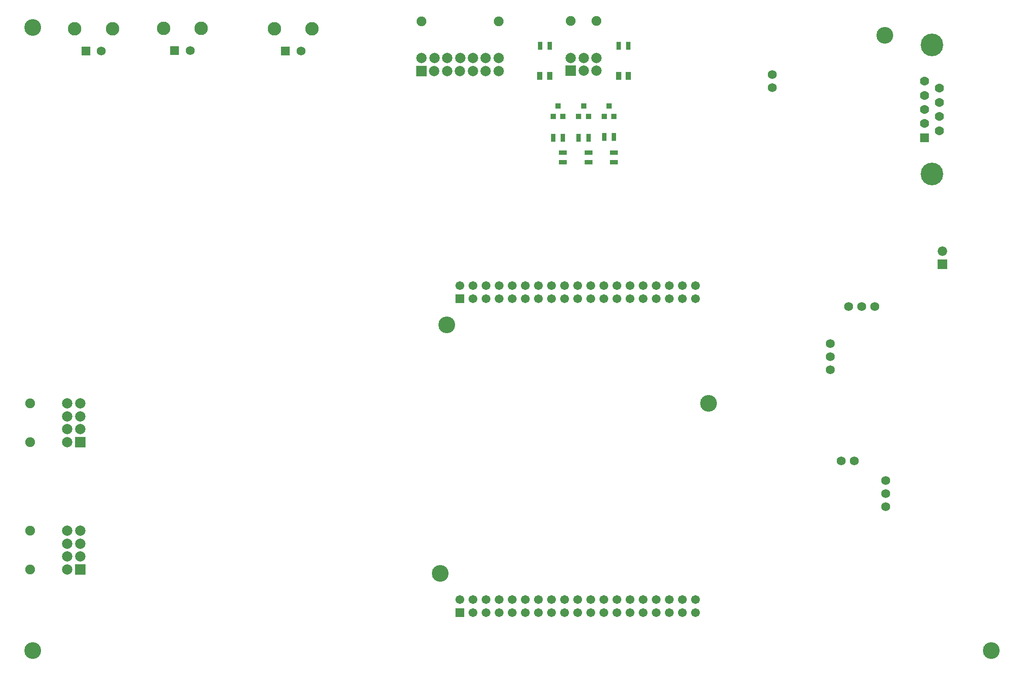
<source format=gbs>
G04*
G04 #@! TF.GenerationSoftware,Altium Limited,Altium Designer,19.0.12 (326)*
G04*
G04 Layer_Color=16711935*
%FSLAX24Y24*%
%MOIN*%
G70*
G01*
G75*
%ADD39R,0.0592X0.0356*%
%ADD45R,0.0356X0.0592*%
%ADD52R,0.0434X0.0592*%
%ADD54C,0.1281*%
%ADD55C,0.0680*%
%ADD56C,0.1030*%
%ADD57C,0.0682*%
%ADD58R,0.0682X0.0682*%
%ADD59R,0.0789X0.0789*%
%ADD60C,0.0789*%
%ADD61C,0.0749*%
%ADD62C,0.0789*%
%ADD63R,0.0789X0.0789*%
%ADD64C,0.0674*%
%ADD65R,0.0674X0.0674*%
%ADD66C,0.0695*%
%ADD67R,0.0695X0.0695*%
%ADD68C,0.1730*%
%ADD69C,0.0724*%
%ADD70R,0.0724X0.0724*%
%ADD106R,0.0395X0.0434*%
D39*
X46181Y39843D02*
D03*
Y39094D02*
D03*
X42283Y39843D02*
D03*
Y39094D02*
D03*
X44232Y39843D02*
D03*
Y39094D02*
D03*
D45*
X41280Y47992D02*
D03*
X40532D02*
D03*
X46535D02*
D03*
X47283D02*
D03*
X42283Y40978D02*
D03*
X41535D02*
D03*
X44232D02*
D03*
X43484D02*
D03*
X46181Y41024D02*
D03*
X45433D02*
D03*
D52*
X41260Y45709D02*
D03*
X40512D02*
D03*
X46535Y45703D02*
D03*
X47283D02*
D03*
D54*
X1772Y49409D02*
D03*
X53402Y20654D02*
D03*
X32902Y7654D02*
D03*
X33402Y26654D02*
D03*
X1772Y1772D02*
D03*
X75000D02*
D03*
X66879Y48791D02*
D03*
D55*
X58268Y45803D02*
D03*
Y44803D02*
D03*
X66929Y14780D02*
D03*
Y13780D02*
D03*
Y12780D02*
D03*
X63543Y16260D02*
D03*
X64543D02*
D03*
X62717Y25252D02*
D03*
Y24252D02*
D03*
Y23252D02*
D03*
X64118Y28071D02*
D03*
X65118D02*
D03*
X66118D02*
D03*
D56*
X4982Y49311D02*
D03*
X7852D02*
D03*
X14632Y49325D02*
D03*
X11762D02*
D03*
X23110Y49308D02*
D03*
X20240D02*
D03*
D57*
X7008Y47610D02*
D03*
X13787Y47624D02*
D03*
X22266Y47607D02*
D03*
D58*
X5827Y47610D02*
D03*
X12606Y47624D02*
D03*
X21085Y47607D02*
D03*
D59*
X42874Y46100D02*
D03*
X31460Y46071D02*
D03*
D60*
X43858Y46100D02*
D03*
X44843D02*
D03*
X42874Y47084D02*
D03*
X43858D02*
D03*
X44843D02*
D03*
X37362Y47055D02*
D03*
X36361D02*
D03*
Y46071D02*
D03*
X33448Y47055D02*
D03*
X32444Y46071D02*
D03*
X33428D02*
D03*
X37362D02*
D03*
X31480Y47055D02*
D03*
X32464D02*
D03*
X34413Y46071D02*
D03*
X34432Y47055D02*
D03*
X35397D02*
D03*
Y46071D02*
D03*
X5394Y8957D02*
D03*
Y9941D02*
D03*
X5408Y10925D02*
D03*
X4410Y7972D02*
D03*
Y8957D02*
D03*
X5394Y18701D02*
D03*
Y19685D02*
D03*
X5408Y20669D02*
D03*
X4410Y17717D02*
D03*
Y18701D02*
D03*
D61*
X42874Y49911D02*
D03*
X44843D02*
D03*
X31460Y49882D02*
D03*
X37362D02*
D03*
X1575Y7972D02*
D03*
Y10925D02*
D03*
Y17717D02*
D03*
Y20669D02*
D03*
D62*
X4410Y9941D02*
D03*
Y10925D02*
D03*
Y19685D02*
D03*
Y20669D02*
D03*
D63*
X5394Y7972D02*
D03*
Y17717D02*
D03*
D64*
X36402Y4654D02*
D03*
X35402D02*
D03*
X36402Y5654D02*
D03*
X35402D02*
D03*
Y28654D02*
D03*
Y29654D02*
D03*
X34402Y5654D02*
D03*
Y29654D02*
D03*
X37402Y4654D02*
D03*
Y5654D02*
D03*
X38402Y4654D02*
D03*
Y5654D02*
D03*
X39402Y4654D02*
D03*
Y5654D02*
D03*
X40402Y4654D02*
D03*
Y5654D02*
D03*
X41402Y4654D02*
D03*
Y5654D02*
D03*
X42402Y4654D02*
D03*
Y5654D02*
D03*
X43402Y4654D02*
D03*
Y5654D02*
D03*
X44402Y4654D02*
D03*
Y5654D02*
D03*
X45402Y4654D02*
D03*
Y5654D02*
D03*
X46402Y4654D02*
D03*
Y5654D02*
D03*
X47402Y4654D02*
D03*
Y5654D02*
D03*
X48402Y4654D02*
D03*
Y5654D02*
D03*
X49402Y4654D02*
D03*
Y5654D02*
D03*
X50402Y4654D02*
D03*
Y5654D02*
D03*
X51402Y4654D02*
D03*
Y5654D02*
D03*
X52402Y4654D02*
D03*
Y5654D02*
D03*
X36402Y28654D02*
D03*
Y29654D02*
D03*
X37402Y28654D02*
D03*
Y29654D02*
D03*
X38402Y28654D02*
D03*
Y29654D02*
D03*
X39402Y28654D02*
D03*
Y29654D02*
D03*
X40402Y28654D02*
D03*
Y29654D02*
D03*
X41402Y28654D02*
D03*
Y29654D02*
D03*
X42402Y28654D02*
D03*
Y29654D02*
D03*
X43402Y28654D02*
D03*
Y29654D02*
D03*
X44402Y28654D02*
D03*
Y29654D02*
D03*
X45402Y28654D02*
D03*
Y29654D02*
D03*
X46402Y28654D02*
D03*
Y29654D02*
D03*
X47402Y28654D02*
D03*
Y29654D02*
D03*
X48402Y28654D02*
D03*
Y29654D02*
D03*
X49402Y28654D02*
D03*
Y29654D02*
D03*
X50402Y28654D02*
D03*
Y29654D02*
D03*
X51402Y28654D02*
D03*
Y29654D02*
D03*
X52402Y28654D02*
D03*
Y29654D02*
D03*
D65*
X34402Y4654D02*
D03*
Y28654D02*
D03*
D66*
X69904Y45298D02*
D03*
Y44218D02*
D03*
Y43138D02*
D03*
Y42058D02*
D03*
X71024Y44758D02*
D03*
Y43678D02*
D03*
Y42598D02*
D03*
Y41518D02*
D03*
D67*
X69904Y40978D02*
D03*
D68*
X70464Y38218D02*
D03*
Y48058D02*
D03*
D69*
X71260Y32299D02*
D03*
D70*
Y31299D02*
D03*
D106*
X41535Y42598D02*
D03*
X42283D02*
D03*
X41909Y43386D02*
D03*
X43484Y42598D02*
D03*
X44232D02*
D03*
X43858Y43386D02*
D03*
X45433Y42598D02*
D03*
X46181D02*
D03*
X45807Y43386D02*
D03*
M02*

</source>
